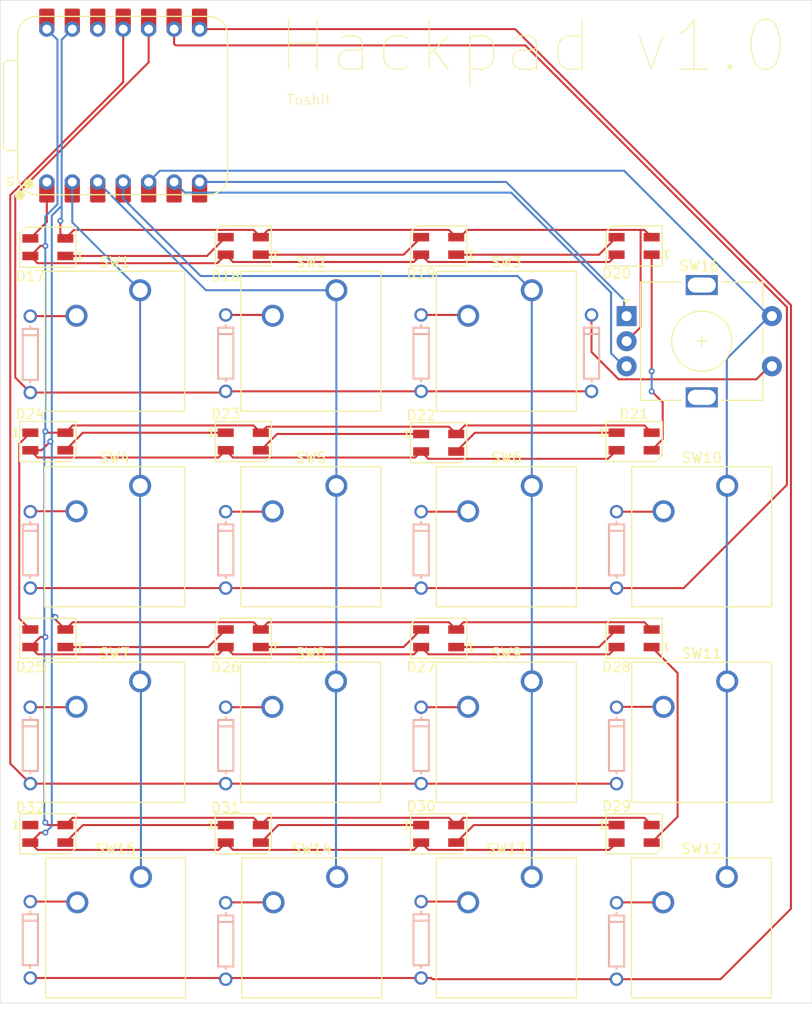
<source format=kicad_pcb>
(kicad_pcb (version 20240108) (generator "pcbnew") (generator_version "8.0")
  (layers (0 "F.Cu" signal) (31 "B.Cu" signal) (34 "B.Paste" user) (35 "F.Paste" user) (36 "B.SilkS" user "B.Silkscreen") (37 "F.SilkS" user "F.Silkscreen") (38 "B.Mask" user) (39 "F.Mask" user) (44 "Edge.Cuts" user))
  (net 0 "")
  (net 1 "Net-(D1-A)")
  (net 2 "Row0")
  (net 3 "Net-(D2-A)")
  (net 4 "Net-(D3-A)")
  (net 5 "Net-(D4-A)")
  (net 6 "Row1")
  (net 7 "Net-(D5-A)")
  (net 8 "Net-(D6-A)")
  (net 9 "Net-(D7-A)")
  (net 10 "Net-(D8-A)")
  (net 11 "Net-(D9-A)")
  (net 12 "Row2")
  (net 13 "Net-(D10-A)")
  (net 14 "Net-(D11-A)")
  (net 15 "Net-(D12-A)")
  (net 16 "Net-(D13-A)")
  (net 17 "Row3")
  (net 18 "Net-(D14-A)")
  (net 19 "Net-(D15-A)")
  (net 20 "Net-(D16-A)")
  (net 21 "+5V")
  (net 22 "GND")
  (net 23 "Net-(D17-DOUT)")
  (net 24 "Net-(D18-DOUT)")
  (net 25 "Net-(D19-DOUT)")
  (net 26 "Net-(D20-DOUT)")
  (net 27 "Net-(D21-DOUT)")
  (net 28 "Net-(D22-DOUT)")
  (net 29 "Net-(D23-DOUT)")
  (net 30 "Net-(D24-DOUT)")
  (net 31 "Net-(D25-DOUT)")
  (net 32 "Net-(D26-DOUT)")
  (net 33 "Net-(D27-DOUT)")
  (net 34 "Net-(D28-DOUT)")
  (net 35 "Net-(D29-DOUT)")
  (net 36 "Net-(D30-DOUT)")
  (net 37 "Net-(D31-DOUT)")
  (net 39 "Col0")
  (net 40 "Col1")
  (net 41 "Col2")
  (net 42 "Col3")
  (net 43 "EncoderB")
  (net 44 "EncoderA")
  (net 46 "LED")
  (footprint "hackpad:LED_SK6812MINI_PLCC4_3.5x3.5mm_P1.75mm" (layer "F.Cu") (at 93.75 64.625)
    (property "Reference" "D22")
    (property "Value" "SK6812MINI")
  )
  (footprint "hackpad:SW_Cherry_MX_1.00u_PCB" (layer "F.Cu") (at 83.5 88.42)
    (property "Reference" "SW8")
    (property "Value" "SW_Push")
  )
  (footprint "hackpad:XIAO-RP2040-DIP" (layer "F.Cu") (at 62.2685 31 90)
    (property "Reference" "U1")
    (property "Value" "XIAO-RP2040-DIP")
  )
  (footprint "hackpad:LED_SK6812MINI_PLCC4_3.5x3.5mm_P1.75mm" (layer "F.Cu") (at 74.25 45 180)
    (property "Reference" "D18")
    (property "Value" "SK6812MINI")
  )
  (footprint "hackpad:LED_SK6812MINI_PLCC4_3.5x3.5mm_P1.75mm" (layer "F.Cu") (at 54.75 64.5)
    (property "Reference" "D24")
    (property "Value" "SK6812MINI")
  )
  (footprint "hackpad:LED_SK6812MINI_PLCC4_3.5x3.5mm_P1.75mm" (layer "F.Cu") (at 113.25 45 180)
    (property "Reference" "D20")
    (property "Value" "SK6812MINI")
  )
  (footprint "hackpad:LED_SK6812MINI_PLCC4_3.5x3.5mm_P1.75mm" (layer "F.Cu") (at 74.25 64.5)
    (property "Reference" "D23")
    (property "Value" "SK6812MINI")
  )
  (footprint "hackpad:LED_SK6812MINI_PLCC4_3.5x3.5mm_P1.75mm" (layer "F.Cu") (at 54.75 84.125 180)
    (property "Reference" "D25")
    (property "Value" "SK6812MINI")
  )
  (footprint "hackpad:LED_SK6812MINI_PLCC4_3.5x3.5mm_P1.75mm" (layer "F.Cu") (at 54.75 103.625)
    (property "Reference" "D32")
    (property "Value" "SK6812MINI")
  )
  (footprint "hackpad:LED_SK6812MINI_PLCC4_3.5x3.5mm_P1.75mm" (layer "F.Cu") (at 93.75 84.125 180)
    (property "Reference" "D27")
    (property "Value" "SK6812MINI")
  )
  (footprint "hackpad:LED_SK6812MINI_PLCC4_3.5x3.5mm_P1.75mm" (layer "F.Cu") (at 113.25 103.625)
    (property "Reference" "D29")
    (property "Value" "SK6812MINI")
  )
  (footprint "hackpad:RotaryEncoder_Alps_EC11E-Switch_Vertical_H20mm" (layer "F.Cu") (at 112.5 52)
    (property "Reference" "SW16")
    (property "Value" "RotaryEncoder_Switch")
  )
  (footprint "hackpad:LED_SK6812MINI_PLCC4_3.5x3.5mm_P1.75mm" (layer "F.Cu") (at 54.75 45.125 180)
    (property "Reference" "D17")
    (property "Value" "SK6812MINI")
  )
  (footprint "hackpad:LED_SK6812MINI_PLCC4_3.5x3.5mm_P1.75mm" (layer "F.Cu") (at 113.25 84.125 180)
    (property "Reference" "D28")
    (property "Value" "SK6812MINI")
  )
  (footprint "hackpad:LED_SK6812MINI_PLCC4_3.5x3.5mm_P1.75mm" (layer "F.Cu") (at 74.25 84.125 180)
    (property "Reference" "D26")
    (property "Value" "SK6812MINI")
  )
  (footprint "hackpad:LED_SK6812MINI_PLCC4_3.5x3.5mm_P1.75mm" (layer "F.Cu") (at 113.25 64.5)
    (property "Reference" "D21")
    (property "Value" "SK6812MINI")
  )
  (footprint "hackpad:LED_SK6812MINI_PLCC4_3.5x3.5mm_P1.75mm" (layer "F.Cu") (at 93.75 45 180)
    (property "Reference" "D19")
    (property "Value" "SK6812MINI")
  )
  (footprint "hackpad:SW_Cherry_MX_1.00u_PCB" (layer "F.Cu") (at 103.04 68.92)
    (property "Reference" "SW6")
    (property "Value" "SW_Push")
  )
  (footprint "hackpad:SW_Cherry_MX_1.00u_PCB" (layer "F.Cu") (at 64.04 107.92)
    (property "Reference" "SW15")
    (property "Value" "SW_Push")
  )
  (footprint "hackpad:SW_Cherry_MX_1.00u_PCB" (layer "F.Cu") (at 83.54 68.92)
    (property "Reference" "SW5")
    (property "Value" "SW_Push")
  )
  (footprint "hackpad:LED_SK6812MINI_PLCC4_3.5x3.5mm_P1.75mm" (layer "F.Cu") (at 93.75 103.625)
    (property "Reference" "D30")
    (property "Value" "SK6812MINI")
  )
  (footprint "hackpad:SW_Cherry_MX_1.00u_PCB" (layer "F.Cu") (at 122.54 88.42)
    (property "Reference" "SW11")
    (property "Value" "SW_Push")
  )
  (footprint "hackpad:SW_Cherry_MX_1.00u_PCB" (layer "F.Cu") (at 122.54 68.92)
    (property "Reference" "SW10")
    (property "Value" "SW_Push")
  )
  (footprint "hackpad:LED_SK6812MINI_PLCC4_3.5x3.5mm_P1.75mm" (layer "F.Cu") (at 74.25 103.625)
    (property "Reference" "D31")
    (property "Value" "SK6812MINI")
  )
  (footprint "hackpad:SW_Cherry_MX_1.00u_PCB" (layer "F.Cu") (at 83.62 107.92)
    (property "Reference" "SW14")
    (property "Value" "SW_Push")
  )
  (footprint "hackpad:SW_Cherry_MX_1.00u_PCB" (layer "F.Cu") (at 83.54 49.42)
    (property "Reference" "SW2")
    (property "Value" "SW_Push")
  )
  (footprint "hackpad:SW_Cherry_MX_1.00u_PCB" (layer "F.Cu") (at 63.96 68.92)
    (property "Reference" "SW4")
    (property "Value" "SW_Push")
  )
  (footprint "hackpad:SW_Cherry_MX_1.00u_PCB" (layer "F.Cu") (at 103.04 49.42)
    (property "Reference" "SW3")
    (property "Value" "SW_Push")
  )
  (footprint "hackpad:SW_Cherry_MX_1.00u_PCB" (layer "F.Cu") (at 122.5 107.92)
    (property "Reference" "SW12")
    (property "Value" "SW_Push")
  )
  (footprint "hackpad:SW_Cherry_MX_1.00u_PCB" (layer "F.Cu") (at 103.04 107.92)
    (property "Reference" "SW13")
    (property "Value" "SW_Push")
  )
  (footprint "hackpad:SW_Cherry_MX_1.00u_PCB" (layer "F.Cu") (at 63.96 88.42)
    (property "Reference" "SW7")
    (property "Value" "SW_Push")
  )
  (footprint "hackpad:SW_Cherry_MX_1.00u_PCB" (layer "F.Cu") (at 103.04 88.42)
    (property "Reference" "SW9")
    (property "Value" "SW_Push")
  )
  (footprint "hackpad:SW_Cherry_MX_1.00u_PCB" (layer "F.Cu") (at 63.96 49.42)
    (property "Reference" "SW1")
    (property "Value" "SW_Push")
  )
  (footprint "hackpad:DIODE-1N4148" (layer "B.Cu") (at 92 75.31 90)
    (property "Reference" "D7")
    (property "Value" "D" (hide yes))
  )
  (footprint "hackpad:DIODE-1N4148" (layer "B.Cu") (at 111.5 94.81 90)
    (property "Reference" "D12")
    (property "Value" "D" (hide yes))
  )
  (footprint "hackpad:DIODE-1N4148" (layer "B.Cu") (at 111.5 114.31 90)
    (property "Reference" "D16")
    (property "Value" "D" (hide yes))
  )
  (footprint "hackpad:DIODE-1N4148" (layer "B.Cu") (at 53 75.31 90)
    (property "Reference" "D5")
    (property "Value" "D" (hide yes))
  )
  (footprint "hackpad:DIODE-1N4148" (layer "B.Cu") (at 53 94.81 90)
    (property "Reference" "D9")
    (property "Value" "D" (hide yes))
  )
  (footprint "hackpad:DIODE-1N4148" (layer "B.Cu") (at 72.5 114.31 90)
    (property "Reference" "D14")
    (property "Value" "D" (hide yes))
  )
  (footprint "hackpad:DIODE-1N4148" (layer "B.Cu") (at 53 114.19 90)
    (property "Reference" "D13")
    (property "Value" "D" (hide yes))
  )
  (footprint "hackpad:DIODE-1N4148" (layer "B.Cu") (at 92 55.69 90)
    (property "Reference" "D3")
    (property "Value" "D" (hide yes))
  )
  (footprint "hackpad:DIODE-1N4148" (layer "B.Cu") (at 92 114.19 90)
    (property "Reference" "D15")
    (property "Value" "D" (hide yes))
  )
  (footprint "hackpad:DIODE-1N4148" (layer "B.Cu") (at 53 55.81 90)
    (property "Reference" "D1")
    (property "Value" "D" (hide yes))
  )
  (footprint "hackpad:DIODE-1N4148" (layer "B.Cu") (at 72.5 94.81 90)
    (property "Reference" "D10")
    (property "Value" "D" (hide yes))
  )
  (footprint "hackpad:DIODE-1N4148" (layer "B.Cu") (at 109 55.69 90)
    (property "Reference" "D4")
    (property "Value" "D" (hide yes))
  )
  (footprint "hackpad:DIODE-1N4148" (layer "B.Cu") (at 92 94.81 90)
    (property "Reference" "D11")
    (property "Value" "D" (hide yes))
  )
  (footprint "hackpad:DIODE-1N4148" (layer "B.Cu") (at 72.5 75.31 90)
    (property "Reference" "D6")
    (property "Value" "D" (hide yes))
  )
  (footprint "hackpad:DIODE-1N4148" (layer "B.Cu") (at 72.5 55.69 90)
    (property "Reference" "D2")
    (property "Value" "D" (hide yes))
  )
  (footprint "hackpad:DIODE-1N4148" (layer "B.Cu") (at 111.5 75.31 90)
    (property "Reference" "D8")
    (property "Value" "D" (hide yes))
  )
  (gr_rect (start 50 20.5) (end 131 120.5) (stroke (width 0.05)) (fill none) (layer "Edge.Cuts"))
  (gr_text "Hackpad v1.0" (at 77.5 28 0) (layer "F.SilkS") (effects (font (size 5 5) (thickness 0.1)) (justify left bottom)))
  (gr_text "Toshit" (at 78.5 31 0) (layer "F.SilkS") (effects (font (size 1 1) (thickness 0.1)) (justify left bottom)))
  (segment (start 57.57 52) (end 57.61 51.96) (width 0.2) (layer "F.Cu") (net 1))
  (segment (start 53.5 52) (end 57.57 52) (width 0.2) (layer "F.Cu") (net 1))
  (segment (start 64.8085 23.38) (end 64.8085 26.6915) (width 0.2) (layer "F.Cu") (net 2))
  (segment (start 51.5 40) (end 51.5 58.12) (width 0.2) (layer "F.Cu") (net 2))
  (segment (start 53.5 59.62) (end 72.38 59.62) (width 0.2) (layer "F.Cu") (net 2))
  (segment (start 72.5 59.5) (end 92.5 59.5) (width 0.2) (layer "F.Cu") (net 2))
  (segment (start 64.8085 26.6915) (end 51.5 40) (width 0.2) (layer "F.Cu") (net 2))
  (segment (start 92 59.5) (end 109 59.5) (width 0.2) (layer "F.Cu") (net 2))
  (segment (start 72.38 59.62) (end 72.5 59.5) (width 0.2) (layer "F.Cu") (net 2))
  (segment (start 51.5 58.12) (end 53 59.62) (width 0.2) (layer "F.Cu") (net 2))
  (segment (start 72.5 51.88) (end 77.11 51.88) (width 0.2) (layer "F.Cu") (net 3))
  (segment (start 77.11 51.88) (end 77.19 51.96) (width 0.2) (layer "F.Cu") (net 3))
  (segment (start 92.5 51.88) (end 96.61 51.88) (width 0.2) (layer "F.Cu") (net 4))
  (segment (start 96.61 51.88) (end 96.69 51.96) (width 0.2) (layer "F.Cu") (net 4))
  (segment (start 109 55.588478) (end 111.711522 58.3) (width 0.2) (layer "F.Cu") (net 5))
  (segment (start 111.711522 58.3) (end 125.45 58.3) (width 0.2) (layer "F.Cu") (net 5))
  (segment (start 125.45 58.3) (end 126.75 57) (width 0.2) (layer "F.Cu") (net 5))
  (segment (start 109 51.88) (end 109 55.588478) (width 0.2) (layer "F.Cu") (net 5))
  (segment (start 67.3485 23.38) (end 67.3485 24.8485) (width 0.2) (layer "F.Cu") (net 6))
  (segment (start 53 79.12) (end 72.5 79.12) (width 0.2) (layer "F.Cu") (net 6))
  (segment (start 67.3485 24.8485) (end 67.5 25) (width 0.2) (layer "F.Cu") (net 6))
  (segment (start 128.5 51.102881) (end 128.5 68.823402) (width 0.2) (layer "F.Cu") (net 6))
  (segment (start 118.203402 79.12) (end 111.5 79.12) (width 0.2) (layer "F.Cu") (net 6))
  (segment (start 128.5 68.823402) (end 118.203402 79.12) (width 0.2) (layer "F.Cu") (net 6))
  (segment (start 67.5 25) (end 102.397119 25) (width 0.2) (layer "F.Cu") (net 6))
  (segment (start 92 79.12) (end 72.5 79.12) (width 0.2) (layer "F.Cu") (net 6))
  (segment (start 102.397119 25) (end 128.5 51.102881) (width 0.2) (layer "F.Cu") (net 6))
  (segment (start 92 79.12) (end 111.5 79.12) (width 0.2) (layer "F.Cu") (net 6))
  (segment (start 57.61 71.46) (end 53.04 71.46) (width 0.2) (layer "F.Cu") (net 7))
  (segment (start 53.04 71.46) (end 53 71.5) (width 0.2) (layer "F.Cu") (net 7))
  (segment (start 77.15 71.5) (end 77.19 71.46) (width 0.2) (layer "F.Cu") (net 8))
  (segment (start 72.5 71.5) (end 77.15 71.5) (width 0.2) (layer "F.Cu") (net 8))
  (segment (start 96.65 71.5) (end 96.69 71.46) (width 0.2) (layer "F.Cu") (net 9))
  (segment (start 92 71.5) (end 96.65 71.5) (width 0.2) (layer "F.Cu") (net 9))
  (segment (start 111.5 71.5) (end 116.15 71.5) (width 0.2) (layer "F.Cu") (net 10))
  (segment (start 116.15 71.5) (end 116.19 71.46) (width 0.2) (layer "F.Cu") (net 10))
  (segment (start 53 91) (end 57.57 91) (width 0.2) (layer "F.Cu") (net 11))
  (segment (start 57.57 91) (end 57.61 90.96) (width 0.2) (layer "F.Cu") (net 11))
  (segment (start 62.2685 28.665814) (end 51 39.934314) (width 0.2) (layer "F.Cu") (net 12))
  (segment (start 72.5 98.62) (end 92 98.62) (width 0.2) (layer "F.Cu") (net 12))
  (segment (start 51 96.62) (end 53 98.62) (width 0.2) (layer "F.Cu") (net 12))
  (segment (start 62.2685 23.38) (end 62.2685 28.665814) (width 0.2) (layer "F.Cu") (net 12))
  (segment (start 51 39.934314) (end 51 96.62) (width 0.2) (layer "F.Cu") (net 12))
  (segment (start 92 98.62) (end 111.5 98.62) (width 0.2) (layer "F.Cu") (net 12))
  (segment (start 53 98.62) (end 72.5 98.62) (width 0.2) (layer "F.Cu") (net 12))
  (segment (start 72.5 91) (end 77.11 91) (width 0.2) (layer "F.Cu") (net 13))
  (segment (start 77.11 91) (end 77.15 90.96) (width 0.2) (layer "F.Cu") (net 13))
  (segment (start 96.65 91) (end 96.69 90.96) (width 0.2) (layer "F.Cu") (net 14))
  (segment (start 92 91) (end 96.65 91) (width 0.2) (layer "F.Cu") (net 14))
  (segment (start 112.04 90.96) (end 116.11 90.96) (width 0.2) (layer "F.Cu") (net 15))
  (segment (start 111.5 91) (end 112 91) (width 0.2) (layer "F.Cu") (net 15))
  (segment (start 112 91) (end 112.04 90.96) (width 0.2) (layer "F.Cu") (net 15))
  (segment (start 53 110.38) (end 57.61 110.38) (width 0.2) (layer "F.Cu") (net 16))
  (segment (start 57.61 110.38) (end 57.69 110.46) (width 0.2) (layer "F.Cu") (net 16))
  (segment (start 72.5 118.12) (end 72.88 118.12) (width 0.2) (layer "F.Cu") (net 17))
  (segment (start 72.38 118) (end 72.5 118.12) (width 0.2) (layer "F.Cu") (net 17))
  (segment (start 128.9 50.9) (end 128.9 111.1) (width 0.2) (layer "F.Cu") (net 17))
  (segment (start 69.8885 23.38) (end 101.38 23.38) (width 0.2) (layer "F.Cu") (net 17))
  (segment (start 101.38 23.38) (end 128.9 50.9) (width 0.2) (layer "F.Cu") (net 17))
  (segment (start 73 118) (end 92 118) (width 0.2) (layer "F.Cu") (net 17))
  (segment (start 128.9 111.1) (end 121.88 118.12) (width 0.2) (layer "F.Cu") (net 17))
  (segment (start 53 118) (end 72.38 118) (width 0.2) (layer "F.Cu") (net 17))
  (segment (start 121.88 118.12) (end 111.5 118.12) (width 0.2) (layer "F.Cu") (net 17))
  (segment (start 93 118) (end 93.12 118.12) (width 0.2) (layer "F.Cu") (net 17))
  (segment (start 92 118) (end 93 118) (width 0.2) (layer "F.Cu") (net 17))
  (segment (start 72.88 118.12) (end 73 118) (width 0.2) (layer "F.Cu") (net 17))
  (segment (start 93.12 118.12) (end 111.5 118.12) (width 0.2) (layer "F.Cu") (net 17))
  (segment (start 72.5 110.5) (end 73 110.5) (width 0.2) (layer "F.Cu") (net 18))
  (segment (start 73.04 110.46) (end 77.27 110.46) (width 0.2) (layer "F.Cu") (net 18))
  (segment (start 73 110.5) (end 73.04 110.46) (width 0.2) (layer "F.Cu") (net 18))
  (segment (start 92 110.38) (end 96.61 110.38) (width 0.2) (layer "F.Cu") (net 19))
  (segment (start 96.61 110.38) (end 96.69 110.46) (width 0.2) (layer "F.Cu") (net 19))
  (segment (start 111.5 110.5) (end 112 110.5) (width 0.2) (layer "F.Cu") (net 20))
  (segment (start 112 110.5) (end 112.04 110.46) (width 0.2) (layer "F.Cu") (net 20))
  (segment (start 112.04 110.46) (end 116.11 110.46) (width 0.2) (layer "F.Cu") (net 20))
  (segment (start 91.275 85.725) (end 92 85) (width 0.2) (layer "F.Cu") (net 21))
  (segment (start 96.35 62.9) (end 95.5 63.75) (width 0.2) (layer "F.Cu") (net 21))
  (segment (start 53.725 85.725) (end 71.775 85.725) (width 0.2) (layer "F.Cu") (net 21))
  (segment (start 114.275 102.025) (end 96.225 102.025) (width 0.2) (layer "F.Cu") (net 21))
  (segment (start 76 63.625) (end 75.275 62.9) (width 0.2) (layer "F.Cu") (net 21))
  (segment (start 92 45.875) (end 92.725 46.6) (width 0.2) (layer "F.Cu") (net 21))
  (segment (start 53 46) (end 53.725 46.725) (width 0.2) (layer "F.Cu") (net 21))
  (segment (start 54.5 63.5) (end 54.625 63.625) (width 0.2) (layer "F.Cu") (net 21))
  (segment (start 75.275 102.025) (end 57.225 102.025) (width 0.2) (layer "F.Cu") (net 21))
  (segment (start 72.5 45.875) (end 73.225 46.6) (width 0.2) (layer "F.Cu") (net 21))
  (segment (start 54.5 45) (end 54 45) (width 0.2) (layer "F.Cu") (net 21))
  (segment (start 54.625 63.625) (end 56.5 63.625) (width 0.2) (layer "F.Cu") (net 21))
  (segment (start 53 85) (end 53.725 85.725) (width 0.2) (layer "F.Cu") (net 21))
  (segment (start 92 85) (end 92.725 85.725) (width 0.2) (layer "F.Cu") (net 21))
  (segment (start 71.65 46.725) (end 72.5 45.875) (width 0.2) (layer "F.Cu") (net 21))
  (segment (start 110.775 85.725) (end 111.5 85) (width 0.2) (layer "F.Cu") (net 21))
  (segment (start 92.725 46.6) (end 110.775 46.6) (width 0.2) (layer "F.Cu") (net 21))
  (segment (start 95.5 102.75) (end 94.775 102.025) (width 0.2) (layer "F.Cu") (net 21))
  (segment (start 71.775 85.725) (end 72.5 85) (width 0.2) (layer "F.Cu") (net 21))
  (segment (start 72.5 85) (end 73.225 85.725) (width 0.2) (layer "F.Cu") (net 21))
  (segment (start 115 102.75) (end 114.275 102.025) (width 0.2) (layer "F.Cu") (net 21))
  (segment (start 96.225 102.025) (end 95.5 102.75) (width 0.2) (layer "F.Cu") (net 21))
  (segment (start 73.225 46.6) (end 91.275 46.6) (width 0.2) (layer "F.Cu") (net 21))
  (segment (start 92.725 85.725) (end 110.775 85.725) (width 0.2) (layer "F.Cu") (net 21))
  (segment (start 54.75 102.75) (end 56.5 102.75) (width 0.2) (layer "F.Cu") (net 21))
  (segment (start 114.275 62.9) (end 96.35 62.9) (width 0.2) (layer "F.Cu") (net 21))
  (segment (start 54.5 102.5) (end 54.75 102.75) (width 0.2) (layer "F.Cu") (net 21))
  (segment (start 110.775 46.6) (end 111.5 45.875) (width 0.2) (layer "F.Cu") (net 21))
  (segment (start 94.775 63.025) (end 76.6 63.025) (width 0.2) (layer "F.Cu") (net 21))
  (segment (start 53.725 46.725) (end 71.65 46.725) (width 0.2) (layer "F.Cu") (net 21))
  (segment (start 76.6 63.025) (end 76 63.625) (width 0.2) (layer "F.Cu") (net 21))
  (segment (start 115 63.625) (end 114.275 62.9) (width 0.2) (layer "F.Cu") (net 21))
  (segment (start 76 102.75) (end 75.275 102.025) (width 0.2) (layer "F.Cu") (net 21))
  (segment (start 57.225 62.9) (end 56.5 63.625) (width 0.2) (layer "F.Cu") (net 21))
  (segment (start 91.275 46.6) (end 92 45.875) (width 0.2) (layer "F.Cu") (net 21))
  (segment (start 57.225 102.025) (end 56.5 102.75) (width 0.2) (layer "F.Cu") (net 21))
  (segment (start 95.5 63.75) (end 94.775 63.025) (width 0.2) (layer "F.Cu") (net 21))
  (segment (start 75.275 62.9) (end 57.225 62.9) (width 0.2) (layer "F.Cu") (net 21))
  (segment (start 94.775 102.025) (end 76.725 102.025) (width 0.2) (layer "F.Cu") (net 21))
  (segment (start 54 45) (end 53 46) (width 0.2) (layer "F.Cu") (net 21))
  (segment (start 73.225 85.725) (end 91.275 85.725) (width 0.2) (layer "F.Cu") (net 21))
  (segment (start 54 84) (end 53 85) (width 0.2) (layer "F.Cu") (net 21))
  (segment (start 54.5 84) (end 54 84) (width 0.2) (layer "F.Cu") (net 21))
  (segment (start 76.725 102.025) (end 76 102.75) (width 0.2) (layer "F.Cu") (net 21))
  (via (at 54.5 63.5) (size 0.6) (drill 0.3) (layers "F.Cu" "B.Cu") (net 21))
  (via (at 54.5 84) (size 0.6) (drill 0.3) (layers "F.Cu" "B.Cu") (net 21))
  (via (at 54.5 45) (size 0.6) (drill 0.3) (layers "F.Cu" "B.Cu") (net 21))
  (via (at 54.5 102.5) (size 0.6) (drill 0.3) (layers "F.Cu" "B.Cu") (net 21))
  (segment (start 54.4 82.5) (end 54.4 102.4) (width 0.2) (layer "B.Cu") (net 21))
  (segment (start 54.5 42.060814) (end 54.5 44) (width 0.2) (layer "B.Cu") (net 21))
  (segment (start 54.4 82.5) (end 54.4 83.9) (width 0.2) (layer "B.Cu") (net 21))
  (segment (start 54.5 44) (end 54.5 45) (width 0.2) (layer "B.Cu") (net 21))
  (segment (start 55.7105 24.442) (end 55.7105 40.850314) (width 0.2) (layer "B.Cu") (net 21))
  (segment (start 54.5 44) (end 54.5 63.5) (width 0.2) (layer "B.Cu") (net 21))
  (segment (start 54.4 63.6) (end 54.4 82.5) (width 0.2) (layer "B.Cu") (net 21))
  (segment (start 54.6485 23.38) (end 55.7105 24.442) (width 0.2) (layer "B.Cu") (net 21))
  (segment (start 55.7105 40.850314) (end 54.5 42.060814) (width 0.2) (layer "B.Cu") (net 21))
  (segment (start 54.5 63.5) (end 54.4 63.6) (width 0.2) (layer "B.Cu") (net 21))
  (segment (start 54.4 102.4) (end 54.5 102.5) (width 0.2) (layer "B.Cu") (net 21))
  (segment (start 54.4 83.9) (end 54.5 84) (width 0.2) (layer "B.Cu") (net 21))
  (segment (start 91.275 105.225) (end 73.225 105.225) (width 0.2) (layer "F.Cu") (net 22))
  (segment (start 95.875 44.125) (end 96.6 43.4) (width 0.2) (layer "F.Cu") (net 22))
  (segment (start 76 44.125) (end 76.725 43.4) (width 0.2) (layer "F.Cu") (net 22))
  (segment (start 76.725 43.4) (end 94.775 43.4) (width 0.2) (layer "F.Cu") (net 22))
  (segment (start 75.275 82.525) (end 76 83.25) (width 0.2) (layer "F.Cu") (net 22))
  (segment (start 56 42.5) (end 56 43.75) (width 0.2) (layer "F.Cu") (net 22))
  (segment (start 96.6 43.4) (end 113.5 43.4) (width 0.2) (layer "F.Cu") (net 22))
  (segment (start 114 43.4) (end 114.275 43.4) (width 0.2) (layer "F.Cu") (net 22))
  (segment (start 110.775 105.225) (end 92.725 105.225) (width 0.2) (layer "F.Cu") (net 22))
  (segment (start 113.9 43.5) (end 113.9 53.1) (width 0.2) (layer "F.Cu") (net 22))
  (segment (start 57.225 82.525) (end 75.275 82.525) (width 0.2) (layer "F.Cu") (net 22))
  (segment (start 57.35 43.4) (end 75.275 43.4) (width 0.2) (layer "F.Cu") (net 22))
  (segment (start 114 43.4) (end 113.9 43.5) (width 0.2) (layer "F.Cu") (net 22))
  (segment (start 113.5 43.4) (end 114 43.4) (width 0.2) (layer "F.Cu") (net 22))
  (segment (start 92.725 66.225) (end 92 65.5) (width 0.2) (layer "F.Cu") (net 22))
  (segment (start 55.5 82.25) (end 56.5 83.25) (width 0.2) (layer "F.Cu") (net 22))
  (segment (start 111.5 104.5) (end 110.775 105.225) (width 0.2) (layer "F.Cu") (net 22))
  (segment (start 54.5 103.5) (end 54 103.5) (width 0.2) (layer "F.Cu") (net 22))
  (segment (start 53.725 105.225) (end 53 104.5) (width 0.2) (layer "F.Cu") (net 22))
  (segment (start 55 64.5) (end 54.125 65.375) (width 0.2) (layer "F.Cu") (net 22))
  (segment (start 96.225 82.525) (end 114.275 82.525) (width 0.2) (layer "F.Cu") (net 22))
  (segment (start 55.5 82) (end 55.5 82.25) (width 0.2) (layer "F.Cu") (net 22))
  (segment (start 94.775 82.525) (end 95.5 83.25) (width 0.2) (layer "F.Cu") (net 22))
  (segment (start 73.225 105.225) (end 72.5 104.5) (width 0.2) (layer "F.Cu") (net 22))
  (segment (start 95.5 44.125) (end 95.875 44.125) (width 0.2) (layer "F.Cu") (net 22))
  (segment (start 110.65 66.225) (end 92.725 66.225) (width 0.2) (layer "F.Cu") (net 22))
  (segment (start 113.9 53.1) (end 112.5 54.5) (width 0.2) (layer "F.Cu") (net 22))
  (segment (start 71.775 105.225) (end 53.725 105.225) (width 0.2) (layer "F.Cu") (net 22))
  (segment (start 54.125 65.375) (end 53 65.375) (width 0.2) (layer "F.Cu") (net 22))
  (segment (start 94.775 43.4) (end 95.5 44.125) (width 0.2) (layer "F.Cu") (net 22))
  (segment (start 114.275 82.525) (end 115 83.25) (width 0.2) (layer "F.Cu") (net 22))
  (segment (start 92 104.5) (end 91.275 105.225) (width 0.2) (layer "F.Cu") (net 22))
  (segment (start 75.275 43.4) (end 76 44.125) (width 0.2) (layer "F.Cu") (net 22))
  (segment (start 76.725 82.525) (end 94.775 82.525) (width 0.2) (layer "F.Cu") (net 22))
  (segment (start 92.725 105.225) (end 92 104.5) (width 0.2) (layer "F.Cu") (net 22))
  (segment (start 72.5 104.5) (end 71.775 105.225) (width 0.2) (layer "F.Cu") (net 22))
  (segment (start 54 103.5) (end 53 104.5) (width 0.2) (layer "F.Cu") (net 22))
  (segment (start 95.5 83.25) (end 96.225 82.525) (width 0.2) (layer "F.Cu") (net 22))
  (segment (start 76 83.25) (end 76.725 82.525) (width 0.2) (layer "F.Cu") (net 22))
  (segment (start 56 43.75) (end 56.5 44.25) (width 0.2) (layer "F.Cu") (net 22))
  (segment (start 114.275 43.4) (end 115 44.125) (width 0.2) (layer "F.Cu") (net 22))
  (segment (start 92 65.5) (end 91.4 66.1) (width 0.2) (layer "F.Cu") (net 22))
  (segment (start 73.225 66.1) (end 72.5 65.375) (width 0.2) (layer "F.Cu") (net 22))
  (segment (start 53.725 66.1) (end 53 65.375) (width 0.2) (layer "F.Cu") (net 22))
  (segment (start 56.5 83.25) (end 57.225 82.525) (width 0.2) (layer "F.Cu") (net 22))
  (segment (start 91.4 66.1) (end 73.225 66.1) (width 0.2) (layer "F.Cu") (net 22))
  (segment (start 111.5 65.375) (end 110.65 66.225) (width 0.2) (layer "F.Cu") (net 22))
  (segment (start 72.5 65.375) (end 71.775 66.1) (width 0.2) (layer "F.Cu") (net 22))
  (segment (start 56.5 44.25) (end 57.35 43.4) (width 0.2) (layer "F.Cu") (net 22))
  (segment (start 71.775 66.1) (end 53.725 66.1) (width 0.2) (layer "F.Cu") (net 22))
  (via (at 54.5 103.5) (size 0.6) (drill 0.3) (layers "F.Cu" "B.Cu") (net 22))
  (via (at 55 64.5) (size 0.6) (drill 0.3) (layers "F.Cu" "B.Cu") (net 22))
  (via (at 55.5 82) (size 0.6) (drill 0.3) (layers "F.Cu" "B.Cu") (net 22))
  (via (at 56 42.5) (size 0.6) (drill 0.3) (layers "F.Cu" "B.Cu") (net 22))
  (segment (start 55.14 79.5) (end 55.14 102.86) (width 0.2) (layer "B.Cu") (net 22))
  (segment (start 57.1885 23.38) (end 56.1265 24.442) (width 0.2) (layer "B.Cu") (net 22))
  (segment (start 55.14 63) (end 55.14 64.36) (width 0.2) (layer "B.Cu") (net 22))
  (segment (start 56.1265 24.442) (end 56.1265 41) (width 0.2) (layer "B.Cu") (net 22))
  (segment (start 56.1265 42.3735) (end 56 42.5) (width 0.2) (layer "B.Cu") (net 22))
  (segment (start 55.14 41.9865) (end 55.14 63) (width 0.2) (layer "B.Cu") (net 22))
  (segment (start 56.1265 41) (end 56.1265 42.3735) (width 0.2) (layer "B.Cu") (net 22))
  (segment (start 55.14 102.86) (end 54.5 103.5) (width 0.2) (layer "B.Cu") (net 22))
  (segment (start 56.1265 41) (end 55.14 41.9865) (width 0.2) (layer "B.Cu") (net 22))
  (segment (start 55.14 81.64) (end 55.5 82) (width 0.2) (layer "B.Cu") (net 22))
  (segment (start 55.14 64.36) (end 55 64.5) (width 0.2) (layer "B.Cu") (net 22))
  (segment (start 55.14 79.5) (end 55.14 81.64) (width 0.2) (layer "B.Cu") (net 22))
  (segment (start 55.14 63) (end 55.14 79.5) (width 0.2) (layer "B.Cu") (net 22))
  (segment (start 56.5 46) (end 70.625 46) (width 0.2) (layer "F.Cu") (net 23))
  (segment (start 70.625 46) (end 72.5 44.125) (width 0.2) (layer "F.Cu") (net 23))
  (segment (start 90.25 45.875) (end 92 44.125) (width 0.2) (layer "F.Cu") (net 24))
  (segment (start 76 45.875) (end 90.25 45.875) (width 0.2) (layer "F.Cu") (net 24))
  (segment (start 95.5 45.875) (end 109.75 45.875) (width 0.2) (layer "F.Cu") (net 25))
  (segment (start 109.75 45.875) (end 111.5 44.125) (width 0.2) (layer "F.Cu") (net 25))
  (segment (start 116.1 60.6) (end 116.1 64.275) (width 0.2) (layer "F.Cu") (net 26))
  (segment (start 116.1 64.275) (end 115 65.375) (width 0.2) (layer "F.Cu") (net 26))
  (segment (start 115 59.5) (end 116.1 60.6) (width 0.2) (layer "F.Cu") (net 26))
  (segment (start 115 45.875) (end 115 57.5) (width 0.2) (layer "F.Cu") (net 26))
  (via (at 115 59.5) (size 0.6) (drill 0.3) (layers "F.Cu" "B.Cu") (net 26))
  (via (at 115 57.5) (size 0.6) (drill 0.3) (layers "F.Cu" "B.Cu") (net 26))
  (segment (start 115 57.5) (end 115 59.5) (width 0.2) (layer "B.Cu") (net 26))
  (segment (start 97.375 63.625) (end 95.5 65.5) (width 0.2) (layer "F.Cu") (net 27))
  (segment (start 111.5 63.625) (end 97.375 63.625) (width 0.2) (layer "F.Cu") (net 27))
  (segment (start 92 63.75) (end 77.625 63.75) (width 0.2) (layer "F.Cu") (net 28))
  (segment (start 77.625 63.75) (end 76 65.375) (width 0.2) (layer "F.Cu") (net 28))
  (segment (start 58.25 63.625) (end 56.5 65.375) (width 0.2) (layer "F.Cu") (net 29))
  (segment (start 72.5 63.625) (end 58.25 63.625) (width 0.2) (layer "F.Cu") (net 29))
  (segment (start 51.9 64.725) (end 51.9 82.15) (width 0.2) (layer "F.Cu") (net 30))
  (segment (start 53 63.625) (end 51.9 64.725) (width 0.2) (layer "F.Cu") (net 30))
  (segment (start 51.9 82.15) (end 53 83.25) (width 0.2) (layer "F.Cu") (net 30))
  (segment (start 70.75 85) (end 72.5 83.25) (width 0.2) (layer "F.Cu") (net 31))
  (segment (start 56.5 85) (end 70.75 85) (width 0.2) (layer "F.Cu") (net 31))
  (segment (start 90.25 85) (end 92 83.25) (width 0.2) (layer "F.Cu") (net 32))
  (segment (start 76 85) (end 90.25 85) (width 0.2) (layer "F.Cu") (net 32))
  (segment (start 109.75 85) (end 111.5 83.25) (width 0.2) (layer "F.Cu") (net 33))
  (segment (start 95.5 85) (end 109.75 85) (width 0.2) (layer "F.Cu") (net 33))
  (segment (start 117.59 101.91) (end 115 104.5) (width 0.2) (layer "F.Cu") (net 34))
  (segment (start 115 85) (end 117.59 87.59) (width 0.2) (layer "F.Cu") (net 34))
  (segment (start 117.59 87.59) (end 117.59 101.91) (width 0.2) (layer "F.Cu") (net 34))
  (segment (start 97.25 102.75) (end 95.5 104.5) (width 0.2) (layer "F.Cu") (net 35))
  (segment (start 111.5 102.75) (end 97.25 102.75) (width 0.2) (layer "F.Cu") (net 35))
  (segment (start 92 102.75) (end 77.75 102.75) (width 0.2) (layer "F.Cu") (net 36))
  (segment (start 77.75 102.75) (end 76 104.5) (width 0.2) (layer "F.Cu") (net 36))
  (segment (start 72.5 102.75) (end 58.25 102.75) (width 0.2) (layer "F.Cu") (net 37))
  (segment (start 58.25 102.75) (end 56.5 104.5) (width 0.2) (layer "F.Cu") (net 37))
  (segment (start 63.96 88.96) (end 64.04 89.04) (width 0.2) (layer "B.Cu") (net 39))
  (segment (start 57.1885 38.62) (end 57.1885 42.6485) (width 0.2) (layer "B.Cu") (net 39))
  (segment (start 64.04 89.04) (end 64.04 107.92) (width 0.2) (layer "B.Cu") (net 39))
  (segment (start 63.96 88.42) (end 63.96 88.96) (width 0.2) (layer "B.Cu") (net 39))
  (segment (start 57.1885 42.6485) (end 63.96 49.42) (width 0.2) (layer "B.Cu") (net 39))
  (segment (start 63.96 49.42) (end 63.96 68.92) (width 0.2) (layer "B.Cu") (net 39))
  (segment (start 63.96 68.92) (end 63.96 88.42) (width 0.2) (layer "B.Cu") (net 39))
  (segment (start 59.7285 38.62) (end 70.5285 49.42) (width 0.2) (layer "B.Cu") (net 40))
  (segment (start 83.5 107.8) (end 83.62 107.92) (width 0.2) (layer "B.Cu") (net 40))
  (segment (start 83.54 49.42) (end 83.54 68.92) (width 0.2) (layer "B.Cu") (net 40))
  (segment (start 83.54 88.38) (end 83.5 88.42) (width 0.2) (layer "B.Cu") (net 40))
  (segment (start 83.5 88.42) (end 83.5 107.8) (width 0.2) (layer "B.Cu") (net 40))
  (segment (start 70.5285 49.42) (end 83.54 49.42) (width 0.2) (layer "B.Cu") (net 40))
  (segment (start 83.54 68.92) (end 83.54 88.38) (width 0.2) (layer "B.Cu") (net 40))
  (segment (start 70 48) (end 101.62 48) (width 0.2) (layer "B.Cu") (net 41))
  (segment (start 101.62 48) (end 103.04 49.42) (width 0.2) (layer "B.Cu") (net 41))
  (segment (start 62.2685 38.62) (end 62.2685 40.2685) (width 0.2) (layer "B.Cu") (net 41))
  (segment (start 103.04 107.92) (end 103.04 49.42) (width 0.2) (layer "B.Cu") (net 41))
  (segment (start 62.2685 40.2685) (end 70 48) (width 0.2) (layer "B.Cu") (net 41))
  (segment (start 122.5 107.92) (end 122.5 56.25) (width 0.2) (layer "B.Cu") (net 42))
  (segment (start 65.9285 37.5) (end 112.25 37.5) (width 0.2) (layer "B.Cu") (net 42))
  (segment (start 122.5 56.25) (end 126.75 52) (width 0.2) (layer "B.Cu") (net 42))
  (segment (start 64.8085 38.62) (end 65.9285 37.5) (width 0.2) (layer "B.Cu") (net 42))
  (segment (start 112.25 37.5) (end 126.75 52) (width 0.2) (layer "B.Cu") (net 42))
  (segment (start 67.3485 38.62) (end 68.4105 39.682) (width 0.2) (layer "B.Cu") (net 43))
  (segment (start 110.95 49.65) (end 110.95 55.7) (width 0.2) (layer "B.Cu") (net 43))
  (segment (start 110.95 55.7) (end 112.25 57) (width 0.2) (layer "B.Cu") (net 43))
  (segment (start 68.4105 39.682) (end 100.982 39.682) (width 0.2) (layer "B.Cu") (net 43))
  (segment (start 100.982 39.682) (end 110.95 49.65) (width 0.2) (layer "B.Cu") (net 43))
  (segment (start 112.25 50.384314) (end 112.25 52) (width 0.2) (layer "B.Cu") (net 44))
  (segment (start 69.8885 38.62) (end 100.485686 38.62) (width 0.2) (layer "B.Cu") (net 44))
  (segment (start 100.485686 38.62) (end 112.25 50.384314) (width 0.2) (layer "B.Cu") (net 44))
  (segment (start 54.6485 42.6015) (end 53 44.25) (width 0.2) (layer "F.Cu") (net 46))
  (segment (start 54.6485 38.62) (end 54.6485 42.6015) (width 0.2) (layer "F.Cu") (net 46))
)
</source>
